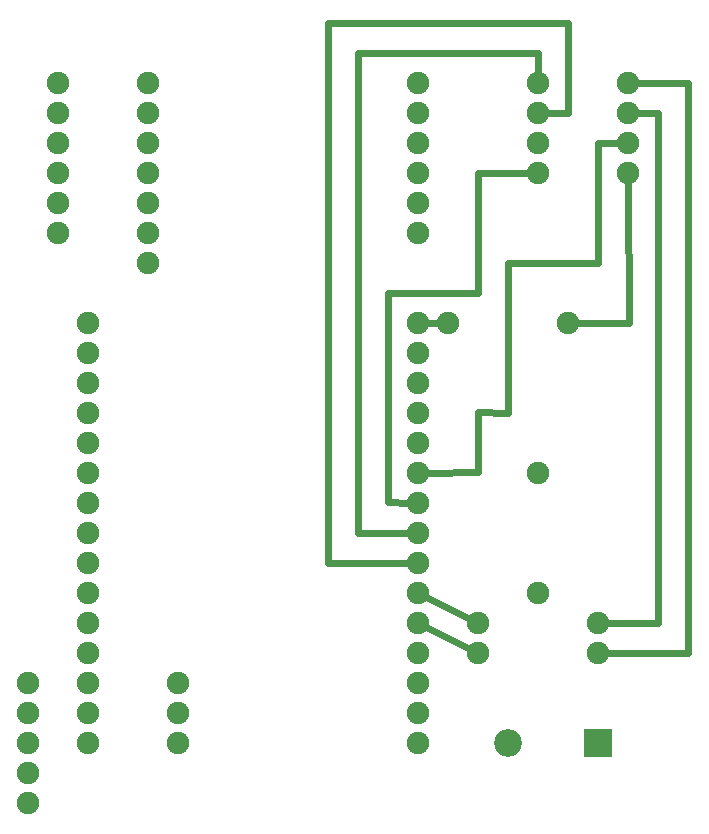
<source format=gtl>
G04 MADE WITH FRITZING*
G04 WWW.FRITZING.ORG*
G04 DOUBLE SIDED*
G04 HOLES PLATED*
G04 CONTOUR ON CENTER OF CONTOUR VECTOR*
%ASAXBY*%
%FSLAX23Y23*%
%MOIN*%
%OFA0B0*%
%SFA1.0B1.0*%
%ADD10C,0.074803*%
%ADD11C,0.075000*%
%ADD12C,0.092000*%
%ADD13R,0.092000X0.092000*%
%ADD14C,0.024000*%
%LNCOPPER1*%
G90*
G70*
G54D10*
X287Y2595D03*
X287Y2195D03*
X287Y2495D03*
X287Y2695D03*
X287Y2395D03*
X287Y2295D03*
X1487Y2695D03*
X1487Y2595D03*
X1487Y2495D03*
X1487Y2395D03*
X1487Y2295D03*
X1487Y2195D03*
X2187Y2495D03*
X2187Y2395D03*
X2187Y2595D03*
X2187Y2695D03*
X1887Y2395D03*
X1887Y2495D03*
X1887Y2595D03*
X1887Y2695D03*
X587Y2195D03*
X587Y2295D03*
X587Y2095D03*
X587Y2395D03*
X587Y2495D03*
X587Y2695D03*
X587Y2595D03*
X187Y395D03*
X187Y495D03*
X187Y295D03*
X187Y695D03*
X187Y595D03*
X1487Y1895D03*
X1487Y1395D03*
X1487Y695D03*
X1487Y1295D03*
X1487Y595D03*
X1487Y495D03*
X1487Y1495D03*
X1487Y1795D03*
X1487Y895D03*
X1487Y1595D03*
X1487Y1195D03*
X1487Y1695D03*
X1487Y995D03*
X1487Y1095D03*
X1487Y795D03*
X687Y695D03*
X687Y595D03*
X687Y495D03*
X387Y1895D03*
X387Y1695D03*
X387Y1795D03*
X387Y1495D03*
X387Y1595D03*
X387Y1395D03*
X387Y1295D03*
X387Y1095D03*
X387Y1195D03*
X387Y995D03*
X387Y895D03*
X387Y695D03*
X387Y795D03*
X387Y495D03*
X387Y595D03*
G54D11*
X2087Y895D03*
X1687Y895D03*
X1987Y1895D03*
X1587Y1895D03*
X2087Y795D03*
X1687Y795D03*
G54D12*
X2087Y495D03*
X1787Y495D03*
G54D11*
X1887Y995D03*
X1887Y1395D03*
G54D13*
X2087Y495D03*
G54D14*
X1516Y1895D02*
X1558Y1895D01*
D02*
X2388Y2696D02*
X2216Y2695D01*
D02*
X2287Y2594D02*
X2216Y2595D01*
D02*
X1513Y882D02*
X1661Y808D01*
D02*
X1513Y982D02*
X1661Y908D01*
D02*
X1686Y2396D02*
X1858Y2395D01*
D02*
X1387Y1297D02*
X1387Y1994D01*
D02*
X1387Y1994D02*
X1686Y1994D01*
D02*
X1686Y1994D02*
X1686Y2396D01*
D02*
X1458Y1296D02*
X1387Y1297D01*
D02*
X2187Y2366D02*
X2189Y1894D01*
D02*
X2189Y1894D02*
X2016Y1895D01*
D02*
X2388Y2696D02*
X2388Y794D01*
D02*
X2388Y794D02*
X2116Y795D01*
D02*
X1888Y2796D02*
X1887Y2724D01*
D02*
X1288Y2795D02*
X1888Y2796D01*
D02*
X1286Y1195D02*
X1288Y2795D01*
D02*
X1458Y1195D02*
X1286Y1195D01*
D02*
X1187Y2895D02*
X1987Y2895D01*
D02*
X1988Y2596D02*
X1916Y2596D01*
D02*
X1987Y2895D02*
X1988Y2596D01*
D02*
X1187Y1096D02*
X1187Y2895D01*
D02*
X1458Y1095D02*
X1187Y1096D01*
D02*
X2287Y2594D02*
X2288Y894D01*
D02*
X2288Y894D02*
X2116Y895D01*
D02*
X1788Y1596D02*
X1788Y2094D01*
D02*
X1788Y2094D02*
X2088Y2094D01*
D02*
X2088Y2094D02*
X2088Y2494D01*
D02*
X1688Y1397D02*
X1688Y1598D01*
D02*
X1688Y1598D02*
X1788Y1596D01*
D02*
X1516Y1396D02*
X1688Y1397D01*
D02*
X2088Y2494D02*
X2158Y2495D01*
G04 End of Copper1*
M02*
</source>
